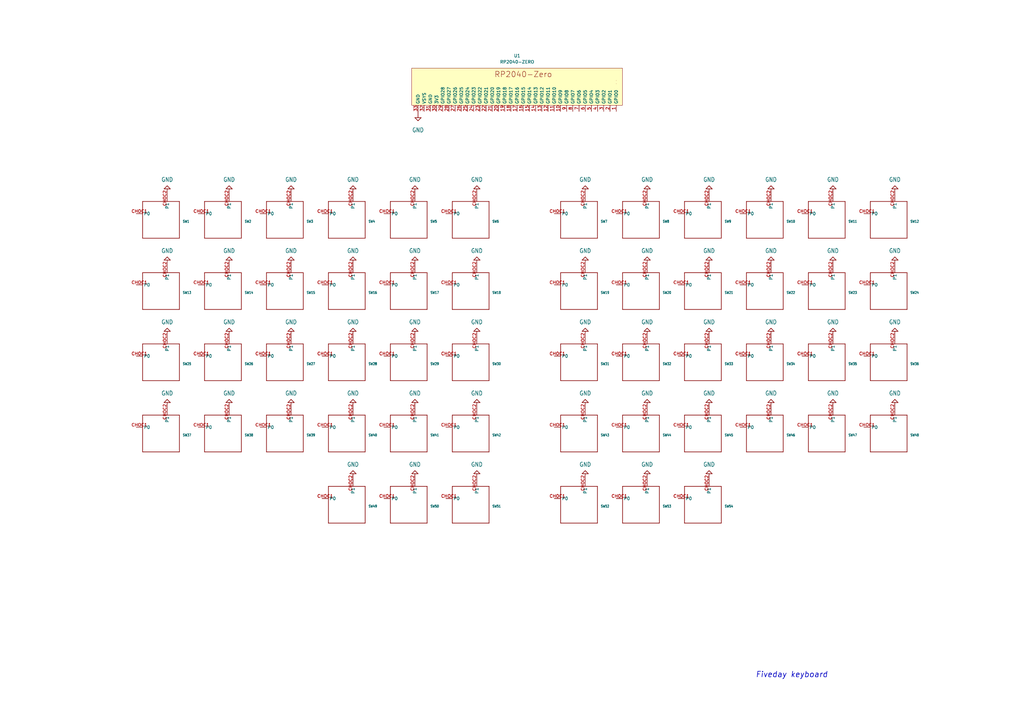
<source format=kicad_sch>
(kicad_sch (version 20211123) (generator eeschema)
  (paper "A3")
  (lib_symbols
    (symbol "Cyberdeck Mech Keeb-eagle-import:GND" (power)
      (property "Value" "GND" (at -1.905 -3.175 0))
      (symbol "GND_1_0"
        (polyline (pts (xy -1.27 0) (xy 1.27 0)) (stroke (width 0.254)))
        (polyline (pts (xy 0 -1.27) (xy -1.27 0)) (stroke (width 0.254)))
        (polyline (pts (xy 1.27 0) (xy 0 -1.27)) (stroke (width 0.254)))
        (pin power_in line (at 0 2.54 270) (length 2.54) (name "GND") (number "1"))
      )
    )
    (symbol "Cyberdeck Mech Keeb-eagle-import:KEYSWITCH-PLAIN-CHOC--6U"
      (property "Reference" "SW" (at -6.81 5.318 0))
      (symbol "KEYSWITCH-PLAIN-CHOC--6U_1_0"
        (polyline (pts (xy -7.54 -7.54) (xy -7.54 7.54)) (stroke (width 0.254)))
        (polyline (pts (xy -7.54 7.54) (xy 7.54 7.54)) (stroke (width 0.254)))
        (polyline (pts (xy 7.54 -7.54) (xy -7.54 -7.54)) (stroke (width 0.254)))
        (polyline (pts (xy 7.54 7.54) (xy 7.54 -7.54)) (stroke (width 0.254)))
        (pin bidirectional line (at -10.16 2.54 0) (length 2.54) (name "P0") (number "CHOC1"))
        (pin bidirectional line (at 2.54 10.16 270) (length 2.54) (name "P1") (number "CHOC2"))
      )
    )
    (symbol "fiveday:RP2040-ZERO"
      (property "Reference" "U?" (at -7.62 3.81 0))
      (property "Value" "RP2040-ZERO" (at -7.62 6.35 0))
      (symbol "RP2040-ZERO_0_0"
        (text "RP2040-Zero" (at -16.51 -39.37 900) (effects (font (size 2.27 2.27))))
      )
      (symbol "RP2040-ZERO_0_1"
        (rectangle (start -19.05 1.27) (end -3.81 -85.09) (fill (type background)))
        (rectangle (start -13.97 -1.27) (end -13.97 -1.27))
        (rectangle (start -12.7 -1.27) (end -12.7 -1.27))
      )
      (symbol "RP2040-ZERO_1_1"
        (pin bidirectional line (at -1.27 -1.27 180) (length 2.54) (name "GPIO0") (number "1"))
        (pin bidirectional line (at -1.27 -24.13 180) (length 2.54) (name "GPIO9") (number "10"))
        (pin bidirectional line (at -1.27 -26.67 180) (length 2.54) (name "GPIO10") (number "11"))
        (pin bidirectional line (at -1.27 -29.21 180) (length 2.54) (name "GPIO11") (number "12"))
        (pin bidirectional line (at -1.27 -31.75 180) (length 2.54) (name "GPIO12") (number "13"))
        (pin bidirectional line (at -1.27 -34.29 180) (length 2.54) (name "GPIO13") (number "14"))
        (pin bidirectional line (at -1.27 -36.83 180) (length 2.54) (name "GPIO14") (number "15"))
        (pin bidirectional line (at -1.27 -39.37 180) (length 2.54) (name "GPIO15") (number "16"))
        (pin bidirectional line (at -1.27 -41.91 180) (length 2.54) (name "GPIO16") (number "17"))
        (pin bidirectional line (at -1.27 -44.45 180) (length 2.54) (name "GPIO17") (number "18"))
        (pin bidirectional line (at -1.27 -46.99 180) (length 2.54) (name "GPIO18") (number "19"))
        (pin bidirectional line (at -1.27 -3.81 180) (length 2.54) (name "GPIO1") (number "2"))
        (pin bidirectional line (at -1.27 -49.53 180) (length 2.54) (name "GPIO19") (number "20"))
        (pin bidirectional line (at -1.27 -52.07 180) (length 2.54) (name "GPIO20") (number "21"))
        (pin bidirectional line (at -1.27 -54.61 180) (length 2.54) (name "GPIO21") (number "22"))
        (pin bidirectional line (at -1.27 -57.15 180) (length 2.54) (name "GPIO22") (number "23"))
        (pin bidirectional line (at -1.27 -59.69 180) (length 2.54) (name "GPIO23") (number "24"))
        (pin bidirectional line (at -1.27 -62.23 180) (length 2.54) (name "GPIO24") (number "25"))
        (pin bidirectional line (at -1.27 -64.77 180) (length 2.54) (name "GPIO25") (number "26"))
        (pin bidirectional line (at -1.27 -67.31 180) (length 2.54) (name "GPIO26") (number "27"))
        (pin bidirectional line (at -1.27 -69.85 180) (length 2.54) (name "GPIO27") (number "28"))
        (pin bidirectional line (at -1.27 -72.39 180) (length 2.54) (name "GPIO28") (number "29"))
        (pin bidirectional line (at -1.27 -6.35 180) (length 2.54) (name "GPIO2") (number "3"))
        (pin power_out line (at -1.27 -74.93 180) (length 2.54) (name "3V3") (number "30"))
        (pin power_in line (at -1.27 -77.47 180) (length 2.54) (name "GND") (number "31"))
        (pin power_in line (at -1.27 -80.01 180) (length 2.54) (name "VSYS") (number "32"))
        (pin power_in line (at -1.27 -82.55 180) (length 2.54) (name "GND") (number "33"))
        (pin bidirectional line (at -1.27 -8.89 180) (length 2.54) (name "GPIO3") (number "4"))
        (pin bidirectional line (at -1.27 -11.43 180) (length 2.54) (name "GPIO4") (number "5"))
        (pin bidirectional line (at -1.27 -13.97 180) (length 2.54) (name "GPIO5") (number "6"))
        (pin bidirectional line (at -1.27 -16.51 180) (length 2.54) (name "GPIO6") (number "7"))
        (pin bidirectional line (at -1.27 -19.05 180) (length 2.54) (name "GPIO7") (number "8"))
        (pin bidirectional line (at -1.27 -21.59 180) (length 2.54) (name "GPIO8") (number "9"))
      )
    )
  )
  (text "Fiveday keyboard" (at 309.88 278.13 0) (effects (font (size 2.27 2.27) (thickness 0.254) bold italic) (justify left bottom)))
  (symbol (lib_id "Cyberdeck Mech Keeb-eagle-import:GND") (at 341.63 106.68 180) (unit 1)
    (property "Reference" "#SUPPLY?" (effects hide))
    (property "Value" "GND" (at 341.63 102.87 0) (effects (font (size 1.778 1.5113))))
  )
  (symbol (lib_id "Cyberdeck Mech Keeb-eagle-import:GND") (at 290.83 106.68 180) (unit 1)
    (property "Reference" "#SUPPLY?" (effects hide))
    (property "Value" "GND" (at 290.83 102.87 0) (effects (font (size 1.778 1.5113))))
  )
  (symbol (lib_id "Cyberdeck Mech Keeb-eagle-import:GND") (at 195.58 194.31 180) (unit 1)
    (property "Reference" "#SUPPLY?" (effects hide))
    (property "Value" "GND" (at 195.58 190.5 0) (effects (font (size 1.778 1.5113))))
  )
  (symbol (lib_id "Cyberdeck Mech Keeb-eagle-import:GND") (at 119.38 77.47 180) (unit 1)
    (property "Reference" "#SUPPLY?" (effects hide))
    (property "Value" "GND" (at 119.38 73.66 0) (effects (font (size 1.778 1.5113))))
  )
  (symbol (lib_id "Cyberdeck Mech Keeb-eagle-import:GND") (at 341.63 135.89 180) (unit 1)
    (property "Reference" "#SUPPLY?" (effects hide))
    (property "Value" "GND" (at 341.63 132.08 0) (effects (font (size 1.778 1.5113))))
  )
  (symbol (lib_id "Cyberdeck Mech Keeb-eagle-import:KEYSWITCH-PLAIN-CHOC--6U") (at 142.24 119.38 0) (unit 1)
    (property "Reference" "SW16" (at 151.13 120.015 0) (effects (font (size 1 0.85)) (justify left)))
    (property "Value" "KEYSWITCH-PLAIN-CHOC--6U" (effects hide))
  )
  (symbol (lib_id "Cyberdeck Mech Keeb-eagle-import:GND") (at 93.98 165.1 180) (unit 1)
    (property "Reference" "#SUPPLY?" (effects hide))
    (property "Value" "GND" (at 93.98 161.29 0) (effects (font (size 1.778 1.5113))))
  )
  (symbol (lib_id "Cyberdeck Mech Keeb-eagle-import:GND") (at 265.43 165.1 180) (unit 1)
    (property "Reference" "#SUPPLY?" (effects hide))
    (property "Value" "GND" (at 265.43 161.29 0) (effects (font (size 1.778 1.5113))))
  )
  (symbol (lib_id "Cyberdeck Mech Keeb-eagle-import:GND") (at 68.58 165.1 180) (unit 1)
    (property "Reference" "#SUPPLY?" (effects hide))
    (property "Value" "GND" (at 68.58 161.29 0) (effects (font (size 1.778 1.5113))))
  )
  (symbol (lib_id "Cyberdeck Mech Keeb-eagle-import:GND") (at 144.78 106.68 180) (unit 1)
    (property "Reference" "#SUPPLY?" (effects hide))
    (property "Value" "GND" (at 144.78 102.87 0) (effects (font (size 1.778 1.5113))))
  )
  (symbol (lib_id "Cyberdeck Mech Keeb-eagle-import:KEYSWITCH-PLAIN-CHOC--6U") (at 313.69 148.59 0) (unit 1)
    (property "Reference" "SW34" (at 322.58 149.225 0) (effects (font (size 1 0.85)) (justify left)))
    (property "Value" "KEYSWITCH-PLAIN-CHOC--6U" (effects hide))
  )
  (symbol (lib_id "Cyberdeck Mech Keeb-eagle-import:GND") (at 316.23 106.68 180) (unit 1)
    (property "Reference" "#SUPPLY?" (effects hide))
    (property "Value" "GND" (at 316.23 102.87 0) (effects (font (size 1.778 1.5113))))
  )
  (symbol (lib_id "Cyberdeck Mech Keeb-eagle-import:GND") (at 119.38 135.89 180) (unit 1)
    (property "Reference" "#SUPPLY?" (effects hide))
    (property "Value" "GND" (at 119.38 132.08 0) (effects (font (size 1.778 1.5113))))
  )
  (symbol (lib_id "Cyberdeck Mech Keeb-eagle-import:GND") (at 290.83 165.1 180) (unit 1)
    (property "Reference" "#SUPPLY?" (effects hide))
    (property "Value" "GND" (at 290.83 161.29 0) (effects (font (size 1.778 1.5113))))
  )
  (symbol (lib_id "Cyberdeck Mech Keeb-eagle-import:GND") (at 316.23 165.1 180) (unit 1)
    (property "Reference" "#SUPPLY?" (effects hide))
    (property "Value" "GND" (at 316.23 161.29 0) (effects (font (size 1.778 1.5113))))
  )
  (symbol (lib_id "Cyberdeck Mech Keeb-eagle-import:KEYSWITCH-PLAIN-CHOC--6U") (at 339.09 90.17 0) (unit 1)
    (property "Reference" "SW11" (at 347.98 90.805 0) (effects (font (size 1 0.85)) (justify left)))
    (property "Value" "KEYSWITCH-PLAIN-CHOC--6U" (effects hide))
  )
  (symbol (lib_id "Cyberdeck Mech Keeb-eagle-import:GND") (at 240.03 77.47 180) (unit 1)
    (property "Reference" "#SUPPLY?" (effects hide))
    (property "Value" "GND" (at 240.03 73.66 0) (effects (font (size 1.778 1.5113))))
  )
  (symbol (lib_id "Cyberdeck Mech Keeb-eagle-import:GND") (at 170.18 165.1 180) (unit 1)
    (property "Reference" "#SUPPLY?" (effects hide))
    (property "Value" "GND" (at 170.18 161.29 0) (effects (font (size 1.778 1.5113))))
  )
  (symbol (lib_id "Cyberdeck Mech Keeb-eagle-import:GND") (at 240.03 135.89 180) (unit 1)
    (property "Reference" "#SUPPLY?" (effects hide))
    (property "Value" "GND" (at 240.03 132.08 0) (effects (font (size 1.778 1.5113))))
  )
  (symbol (lib_id "fiveday:RP2040-ZERO") (at 254 46.99 270) (unit 1)
    (property "Reference" "U1" (at 212.09 22.86 90))
    (property "Value" "RP2040-ZERO" (at 212.09 25.4 90))
  )
  (symbol (lib_id "Cyberdeck Mech Keeb-eagle-import:KEYSWITCH-PLAIN-CHOC--6U") (at 339.09 148.59 0) (unit 1)
    (property "Reference" "SW35" (at 347.98 149.225 0) (effects (font (size 1 0.85)) (justify left)))
    (property "Value" "KEYSWITCH-PLAIN-CHOC--6U" (effects hide))
  )
  (symbol (lib_id "Cyberdeck Mech Keeb-eagle-import:KEYSWITCH-PLAIN-CHOC--6U") (at 339.09 177.8 0) (unit 1)
    (property "Reference" "SW47" (at 347.98 178.435 0) (effects (font (size 1 0.85)) (justify left)))
    (property "Value" "KEYSWITCH-PLAIN-CHOC--6U" (effects hide))
  )
  (symbol (lib_id "Cyberdeck Mech Keeb-eagle-import:GND") (at 171.45 48.26 0) (unit 1)
    (property "Reference" "#SUPPLY?" (effects hide))
    (property "Value" "GND" (at 171.45 53.34 0) (effects (font (size 1.778 1.5113))))
  )
  (symbol (lib_id "Cyberdeck Mech Keeb-eagle-import:KEYSWITCH-PLAIN-CHOC--6U") (at 364.49 119.38 0) (unit 1)
    (property "Reference" "SW24" (at 373.38 120.015 0) (effects (font (size 1 0.85)) (justify left)))
    (property "Value" "KEYSWITCH-PLAIN-CHOC--6U" (effects hide))
  )
  (symbol (lib_id "Cyberdeck Mech Keeb-eagle-import:KEYSWITCH-PLAIN-CHOC--6U") (at 288.29 207.01 0) (unit 1)
    (property "Reference" "SW54" (at 297.18 207.645 0) (effects (font (size 1 0.85)) (justify left)))
    (property "Value" "KEYSWITCH-PLAIN-CHOC--6U" (effects hide))
  )
  (symbol (lib_id "Cyberdeck Mech Keeb-eagle-import:GND") (at 367.03 135.89 180) (unit 1)
    (property "Reference" "#SUPPLY?" (effects hide))
    (property "Value" "GND" (at 367.03 132.08 0) (effects (font (size 1.778 1.5113))))
  )
  (symbol (lib_id "Cyberdeck Mech Keeb-eagle-import:GND") (at 144.78 194.31 180) (unit 1)
    (property "Reference" "#SUPPLY?" (effects hide))
    (property "Value" "GND" (at 144.78 190.5 0) (effects (font (size 1.778 1.5113))))
  )
  (symbol (lib_id "Cyberdeck Mech Keeb-eagle-import:KEYSWITCH-PLAIN-CHOC--6U") (at 167.64 207.01 0) (unit 1)
    (property "Reference" "SW50" (at 176.53 207.645 0) (effects (font (size 1 0.85)) (justify left)))
    (property "Value" "KEYSWITCH-PLAIN-CHOC--6U" (effects hide))
  )
  (symbol (lib_id "Cyberdeck Mech Keeb-eagle-import:KEYSWITCH-PLAIN-CHOC--6U") (at 167.64 148.59 0) (unit 1)
    (property "Reference" "SW29" (at 176.53 149.225 0) (effects (font (size 1 0.85)) (justify left)))
    (property "Value" "KEYSWITCH-PLAIN-CHOC--6U" (effects hide))
  )
  (symbol (lib_id "Cyberdeck Mech Keeb-eagle-import:GND") (at 93.98 135.89 180) (unit 1)
    (property "Reference" "#SUPPLY?" (effects hide))
    (property "Value" "GND" (at 93.98 132.08 0) (effects (font (size 1.778 1.5113))))
  )
  (symbol (lib_id "Cyberdeck Mech Keeb-eagle-import:GND") (at 195.58 165.1 180) (unit 1)
    (property "Reference" "#SUPPLY?" (effects hide))
    (property "Value" "GND" (at 195.58 161.29 0) (effects (font (size 1.778 1.5113))))
  )
  (symbol (lib_id "Cyberdeck Mech Keeb-eagle-import:KEYSWITCH-PLAIN-CHOC--6U") (at 193.04 90.17 0) (unit 1)
    (property "Reference" "SW6" (at 201.93 90.805 0) (effects (font (size 1 0.85)) (justify left)))
    (property "Value" "KEYSWITCH-PLAIN-CHOC--6U" (effects hide))
  )
  (symbol (lib_id "Cyberdeck Mech Keeb-eagle-import:KEYSWITCH-PLAIN-CHOC--6U") (at 91.44 90.17 0) (unit 1)
    (property "Reference" "SW2" (at 100.33 90.805 0) (effects (font (size 1 0.85)) (justify left)))
    (property "Value" "KEYSWITCH-PLAIN-CHOC--6U" (effects hide))
  )
  (symbol (lib_id "Cyberdeck Mech Keeb-eagle-import:KEYSWITCH-PLAIN-CHOC--6U") (at 262.89 148.59 0) (unit 1)
    (property "Reference" "SW32" (at 271.78 149.225 0) (effects (font (size 1 0.85)) (justify left)))
    (property "Value" "KEYSWITCH-PLAIN-CHOC--6U" (effects hide))
  )
  (symbol (lib_id "Cyberdeck Mech Keeb-eagle-import:KEYSWITCH-PLAIN-CHOC--6U") (at 142.24 177.8 0) (unit 1)
    (property "Reference" "SW40" (at 151.13 178.435 0) (effects (font (size 1 0.85)) (justify left)))
    (property "Value" "KEYSWITCH-PLAIN-CHOC--6U" (effects hide))
  )
  (symbol (lib_id "Cyberdeck Mech Keeb-eagle-import:GND") (at 240.03 165.1 180) (unit 1)
    (property "Reference" "#SUPPLY?" (effects hide))
    (property "Value" "GND" (at 240.03 161.29 0) (effects (font (size 1.778 1.5113))))
  )
  (symbol (lib_id "Cyberdeck Mech Keeb-eagle-import:GND") (at 240.03 194.31 180) (unit 1)
    (property "Reference" "#SUPPLY?" (effects hide))
    (property "Value" "GND" (at 240.03 190.5 0) (effects (font (size 1.778 1.5113))))
  )
  (symbol (lib_id "Cyberdeck Mech Keeb-eagle-import:KEYSWITCH-PLAIN-CHOC--6U") (at 167.64 119.38 0) (unit 1)
    (property "Reference" "SW17" (at 176.53 120.015 0) (effects (font (size 1 0.85)) (justify left)))
    (property "Value" "KEYSWITCH-PLAIN-CHOC--6U" (effects hide))
  )
  (symbol (lib_id "Cyberdeck Mech Keeb-eagle-import:KEYSWITCH-PLAIN-CHOC--6U") (at 364.49 148.59 0) (unit 1)
    (property "Reference" "SW36" (at 373.38 149.225 0) (effects (font (size 1 0.85)) (justify left)))
    (property "Value" "KEYSWITCH-PLAIN-CHOC--6U" (effects hide))
  )
  (symbol (lib_id "Cyberdeck Mech Keeb-eagle-import:KEYSWITCH-PLAIN-CHOC--6U") (at 193.04 207.01 0) (unit 1)
    (property "Reference" "SW51" (at 201.93 207.645 0) (effects (font (size 1 0.85)) (justify left)))
    (property "Value" "KEYSWITCH-PLAIN-CHOC--6U" (effects hide))
  )
  (symbol (lib_id "Cyberdeck Mech Keeb-eagle-import:KEYSWITCH-PLAIN-CHOC--6U") (at 116.84 177.8 0) (unit 1)
    (property "Reference" "SW39" (at 125.73 178.435 0) (effects (font (size 1 0.85)) (justify left)))
    (property "Value" "KEYSWITCH-PLAIN-CHOC--6U" (effects hide))
  )
  (symbol (lib_id "Cyberdeck Mech Keeb-eagle-import:KEYSWITCH-PLAIN-CHOC--6U") (at 193.04 119.38 0) (unit 1)
    (property "Reference" "SW18" (at 201.93 120.015 0) (effects (font (size 1 0.85)) (justify left)))
    (property "Value" "KEYSWITCH-PLAIN-CHOC--6U" (effects hide))
  )
  (symbol (lib_id "Cyberdeck Mech Keeb-eagle-import:KEYSWITCH-PLAIN-CHOC--6U") (at 288.29 90.17 0) (unit 1)
    (property "Reference" "SW9" (at 297.18 90.805 0) (effects (font (size 1 0.85)) (justify left)))
    (property "Value" "KEYSWITCH-PLAIN-CHOC--6U" (effects hide))
  )
  (symbol (lib_id "Cyberdeck Mech Keeb-eagle-import:GND") (at 68.58 135.89 180) (unit 1)
    (property "Reference" "#SUPPLY?" (effects hide))
    (property "Value" "GND" (at 68.58 132.08 0) (effects (font (size 1.778 1.5113))))
  )
  (symbol (lib_id "Cyberdeck Mech Keeb-eagle-import:GND") (at 170.18 135.89 180) (unit 1)
    (property "Reference" "#SUPPLY?" (effects hide))
    (property "Value" "GND" (at 170.18 132.08 0) (effects (font (size 1.778 1.5113))))
  )
  (symbol (lib_id "Cyberdeck Mech Keeb-eagle-import:GND") (at 144.78 165.1 180) (unit 1)
    (property "Reference" "#SUPPLY?" (effects hide))
    (property "Value" "GND" (at 144.78 161.29 0) (effects (font (size 1.778 1.5113))))
  )
  (symbol (lib_id "Cyberdeck Mech Keeb-eagle-import:GND") (at 367.03 165.1 180) (unit 1)
    (property "Reference" "#SUPPLY?" (effects hide))
    (property "Value" "GND" (at 367.03 161.29 0) (effects (font (size 1.778 1.5113))))
  )
  (symbol (lib_id "Cyberdeck Mech Keeb-eagle-import:GND") (at 93.98 77.47 180) (unit 1)
    (property "Reference" "#SUPPLY?" (effects hide))
    (property "Value" "GND" (at 93.98 73.66 0) (effects (font (size 1.778 1.5113))))
  )
  (symbol (lib_id "Cyberdeck Mech Keeb-eagle-import:KEYSWITCH-PLAIN-CHOC--6U") (at 193.04 148.59 0) (unit 1)
    (property "Reference" "SW30" (at 201.93 149.225 0) (effects (font (size 1 0.85)) (justify left)))
    (property "Value" "KEYSWITCH-PLAIN-CHOC--6U" (effects hide))
  )
  (symbol (lib_id "Cyberdeck Mech Keeb-eagle-import:GND") (at 341.63 77.47 180) (unit 1)
    (property "Reference" "#SUPPLY?" (effects hide))
    (property "Value" "GND" (at 341.63 73.66 0) (effects (font (size 1.778 1.5113))))
  )
  (symbol (lib_id "Cyberdeck Mech Keeb-eagle-import:KEYSWITCH-PLAIN-CHOC--6U") (at 116.84 148.59 0) (unit 1)
    (property "Reference" "SW27" (at 125.73 149.225 0) (effects (font (size 1 0.85)) (justify left)))
    (property "Value" "KEYSWITCH-PLAIN-CHOC--6U" (effects hide))
  )
  (symbol (lib_id "Cyberdeck Mech Keeb-eagle-import:KEYSWITCH-PLAIN-CHOC--6U") (at 339.09 119.38 0) (unit 1)
    (property "Reference" "SW23" (at 347.98 120.015 0) (effects (font (size 1 0.85)) (justify left)))
    (property "Value" "KEYSWITCH-PLAIN-CHOC--6U" (effects hide))
  )
  (symbol (lib_id "Cyberdeck Mech Keeb-eagle-import:KEYSWITCH-PLAIN-CHOC--6U") (at 288.29 148.59 0) (unit 1)
    (property "Reference" "SW33" (at 297.18 149.225 0) (effects (font (size 1 0.85)) (justify left)))
    (property "Value" "KEYSWITCH-PLAIN-CHOC--6U" (effects hide))
  )
  (symbol (lib_id "Cyberdeck Mech Keeb-eagle-import:GND") (at 144.78 77.47 180) (unit 1)
    (property "Reference" "#SUPPLY?" (effects hide))
    (property "Value" "GND" (at 144.78 73.66 0) (effects (font (size 1.778 1.5113))))
  )
  (symbol (lib_id "Cyberdeck Mech Keeb-eagle-import:KEYSWITCH-PLAIN-CHOC--6U") (at 364.49 177.8 0) (unit 1)
    (property "Reference" "SW48" (at 373.38 178.435 0) (effects (font (size 1 0.85)) (justify left)))
    (property "Value" "KEYSWITCH-PLAIN-CHOC--6U" (effects hide))
  )
  (symbol (lib_id "Cyberdeck Mech Keeb-eagle-import:GND") (at 68.58 77.47 180) (unit 1)
    (property "Reference" "#SUPPLY?" (effects hide))
    (property "Value" "GND" (at 68.58 73.66 0) (effects (font (size 1.778 1.5113))))
  )
  (symbol (lib_id "Cyberdeck Mech Keeb-eagle-import:KEYSWITCH-PLAIN-CHOC--6U") (at 193.04 177.8 0) (unit 1)
    (property "Reference" "SW42" (at 201.93 178.435 0) (effects (font (size 1 0.85)) (justify left)))
    (property "Value" "KEYSWITCH-PLAIN-CHOC--6U" (effects hide))
  )
  (symbol (lib_id "Cyberdeck Mech Keeb-eagle-import:GND") (at 240.03 106.68 180) (unit 1)
    (property "Reference" "#SUPPLY?" (effects hide))
    (property "Value" "GND" (at 240.03 102.87 0) (effects (font (size 1.778 1.5113))))
  )
  (symbol (lib_id "Cyberdeck Mech Keeb-eagle-import:GND") (at 170.18 106.68 180) (unit 1)
    (property "Reference" "#SUPPLY?" (effects hide))
    (property "Value" "GND" (at 170.18 102.87 0) (effects (font (size 1.778 1.5113))))
  )
  (symbol (lib_id "Cyberdeck Mech Keeb-eagle-import:GND") (at 316.23 135.89 180) (unit 1)
    (property "Reference" "#SUPPLY?" (effects hide))
    (property "Value" "GND" (at 316.23 132.08 0) (effects (font (size 1.778 1.5113))))
  )
  (symbol (lib_id "Cyberdeck Mech Keeb-eagle-import:KEYSWITCH-PLAIN-CHOC--6U") (at 262.89 119.38 0) (unit 1)
    (property "Reference" "SW20" (at 271.78 120.015 0) (effects (font (size 1 0.85)) (justify left)))
    (property "Value" "KEYSWITCH-PLAIN-CHOC--6U" (effects hide))
  )
  (symbol (lib_id "Cyberdeck Mech Keeb-eagle-import:KEYSWITCH-PLAIN-CHOC--6U") (at 262.89 177.8 0) (unit 1)
    (property "Reference" "SW44" (at 271.78 178.435 0) (effects (font (size 1 0.85)) (justify left)))
    (property "Value" "KEYSWITCH-PLAIN-CHOC--6U" (effects hide))
  )
  (symbol (lib_id "Cyberdeck Mech Keeb-eagle-import:GND") (at 170.18 194.31 180) (unit 1)
    (property "Reference" "#SUPPLY?" (effects hide))
    (property "Value" "GND" (at 170.18 190.5 0) (effects (font (size 1.778 1.5113))))
  )
  (symbol (lib_id "Cyberdeck Mech Keeb-eagle-import:GND") (at 195.58 135.89 180) (unit 1)
    (property "Reference" "#SUPPLY?" (effects hide))
    (property "Value" "GND" (at 195.58 132.08 0) (effects (font (size 1.778 1.5113))))
  )
  (symbol (lib_id "Cyberdeck Mech Keeb-eagle-import:GND") (at 68.58 106.68 180) (unit 1)
    (property "Reference" "#SUPPLY?" (effects hide))
    (property "Value" "GND" (at 68.58 102.87 0) (effects (font (size 1.778 1.5113))))
  )
  (symbol (lib_id "Cyberdeck Mech Keeb-eagle-import:KEYSWITCH-PLAIN-CHOC--6U") (at 364.49 90.17 0) (unit 1)
    (property "Reference" "SW12" (at 373.38 90.805 0) (effects (font (size 1 0.85)) (justify left)))
    (property "Value" "KEYSWITCH-PLAIN-CHOC--6U" (effects hide))
  )
  (symbol (lib_id "Cyberdeck Mech Keeb-eagle-import:KEYSWITCH-PLAIN-CHOC--6U") (at 262.89 207.01 0) (unit 1)
    (property "Reference" "SW53" (at 271.78 207.645 0) (effects (font (size 1 0.85)) (justify left)))
    (property "Value" "KEYSWITCH-PLAIN-CHOC--6U" (effects hide))
  )
  (symbol (lib_id "Cyberdeck Mech Keeb-eagle-import:KEYSWITCH-PLAIN-CHOC--6U") (at 167.64 177.8 0) (unit 1)
    (property "Reference" "SW41" (at 176.53 178.435 0) (effects (font (size 1 0.85)) (justify left)))
    (property "Value" "KEYSWITCH-PLAIN-CHOC--6U" (effects hide))
  )
  (symbol (lib_id "Cyberdeck Mech Keeb-eagle-import:KEYSWITCH-PLAIN-CHOC--6U") (at 313.69 119.38 0) (unit 1)
    (property "Reference" "SW22" (at 322.58 120.015 0) (effects (font (size 1 0.85)) (justify left)))
    (property "Value" "KEYSWITCH-PLAIN-CHOC--6U" (effects hide))
  )
  (symbol (lib_id "Cyberdeck Mech Keeb-eagle-import:KEYSWITCH-PLAIN-CHOC--6U") (at 237.49 177.8 0) (unit 1)
    (property "Reference" "SW43" (at 246.38 178.435 0) (effects (font (size 1 0.85)) (justify left)))
    (property "Value" "KEYSWITCH-PLAIN-CHOC--6U" (effects hide))
  )
  (symbol (lib_id "Cyberdeck Mech Keeb-eagle-import:GND") (at 367.03 77.47 180) (unit 1)
    (property "Reference" "#SUPPLY?" (effects hide))
    (property "Value" "GND" (at 367.03 73.66 0) (effects (font (size 1.778 1.5113))))
  )
  (symbol (lib_id "Cyberdeck Mech Keeb-eagle-import:KEYSWITCH-PLAIN-CHOC--6U") (at 116.84 119.38 0) (unit 1)
    (property "Reference" "SW15" (at 125.73 120.015 0) (effects (font (size 1 0.85)) (justify left)))
    (property "Value" "KEYSWITCH-PLAIN-CHOC--6U" (effects hide))
  )
  (symbol (lib_id "Cyberdeck Mech Keeb-eagle-import:GND") (at 265.43 135.89 180) (unit 1)
    (property "Reference" "#SUPPLY?" (effects hide))
    (property "Value" "GND" (at 265.43 132.08 0) (effects (font (size 1.778 1.5113))))
  )
  (symbol (lib_id "Cyberdeck Mech Keeb-eagle-import:KEYSWITCH-PLAIN-CHOC--6U") (at 91.44 177.8 0) (unit 1)
    (property "Reference" "SW38" (at 100.33 178.435 0) (effects (font (size 1 0.85)) (justify left)))
    (property "Value" "KEYSWITCH-PLAIN-CHOC--6U" (effects hide))
  )
  (symbol (lib_id "Cyberdeck Mech Keeb-eagle-import:KEYSWITCH-PLAIN-CHOC--6U") (at 66.04 177.8 0) (unit 1)
    (property "Reference" "SW37" (at 74.93 178.435 0) (effects (font (size 1 0.85)) (justify left)))
    (property "Value" "KEYSWITCH-PLAIN-CHOC--6U" (effects hide))
  )
  (symbol (lib_id "Cyberdeck Mech Keeb-eagle-import:GND") (at 265.43 106.68 180) (unit 1)
    (property "Reference" "#SUPPLY?" (effects hide))
    (property "Value" "GND" (at 265.43 102.87 0) (effects (font (size 1.778 1.5113))))
  )
  (symbol (lib_id "Cyberdeck Mech Keeb-eagle-import:GND") (at 119.38 106.68 180) (unit 1)
    (property "Reference" "#SUPPLY?" (effects hide))
    (property "Value" "GND" (at 119.38 102.87 0) (effects (font (size 1.778 1.5113))))
  )
  (symbol (lib_id "Cyberdeck Mech Keeb-eagle-import:KEYSWITCH-PLAIN-CHOC--6U") (at 237.49 148.59 0) (unit 1)
    (property "Reference" "SW31" (at 246.38 149.225 0) (effects (font (size 1 0.85)) (justify left)))
    (property "Value" "KEYSWITCH-PLAIN-CHOC--6U" (effects hide))
  )
  (symbol (lib_id "Cyberdeck Mech Keeb-eagle-import:GND") (at 195.58 106.68 180) (unit 1)
    (property "Reference" "#SUPPLY?" (effects hide))
    (property "Value" "GND" (at 195.58 102.87 0) (effects (font (size 1.778 1.5113))))
  )
  (symbol (lib_id "Cyberdeck Mech Keeb-eagle-import:KEYSWITCH-PLAIN-CHOC--6U") (at 142.24 207.01 0) (unit 1)
    (property "Reference" "SW49" (at 151.13 207.645 0) (effects (font (size 1 0.85)) (justify left)))
    (property "Value" "KEYSWITCH-PLAIN-CHOC--6U" (effects hide))
  )
  (symbol (lib_id "Cyberdeck Mech Keeb-eagle-import:KEYSWITCH-PLAIN-CHOC--6U") (at 116.84 90.17 0) (unit 1)
    (property "Reference" "SW3" (at 125.73 90.805 0) (effects (font (size 1 0.85)) (justify left)))
    (property "Value" "KEYSWITCH-PLAIN-CHOC--6U" (effects hide))
  )
  (symbol (lib_id "Cyberdeck Mech Keeb-eagle-import:KEYSWITCH-PLAIN-CHOC--6U") (at 66.04 90.17 0) (unit 1)
    (property "Reference" "SW1" (at 74.93 90.805 0) (effects (font (size 1 0.85)) (justify left)))
    (property "Value" "KEYSWITCH-PLAIN-CHOC--6U" (effects hide))
  )
  (symbol (lib_id "Cyberdeck Mech Keeb-eagle-import:KEYSWITCH-PLAIN-CHOC--6U") (at 288.29 177.8 0) (unit 1)
    (property "Reference" "SW45" (at 297.18 178.435 0) (effects (font (size 1 0.85)) (justify left)))
    (property "Value" "KEYSWITCH-PLAIN-CHOC--6U" (effects hide))
  )
  (symbol (lib_id "Cyberdeck Mech Keeb-eagle-import:KEYSWITCH-PLAIN-CHOC--6U") (at 288.29 119.38 0) (unit 1)
    (property "Reference" "SW21" (at 297.18 120.015 0) (effects (font (size 1 0.85)) (justify left)))
    (property "Value" "KEYSWITCH-PLAIN-CHOC--6U" (effects hide))
  )
  (symbol (lib_id "Cyberdeck Mech Keeb-eagle-import:GND") (at 119.38 165.1 180) (unit 1)
    (property "Reference" "#SUPPLY?" (effects hide))
    (property "Value" "GND" (at 119.38 161.29 0) (effects (font (size 1.778 1.5113))))
  )
  (symbol (lib_id "Cyberdeck Mech Keeb-eagle-import:KEYSWITCH-PLAIN-CHOC--6U") (at 66.04 148.59 0) (unit 1)
    (property "Reference" "SW25" (at 74.93 149.225 0) (effects (font (size 1 0.85)) (justify left)))
    (property "Value" "KEYSWITCH-PLAIN-CHOC--6U" (effects hide))
  )
  (symbol (lib_id "Cyberdeck Mech Keeb-eagle-import:GND") (at 144.78 135.89 180) (unit 1)
    (property "Reference" "#SUPPLY?" (effects hide))
    (property "Value" "GND" (at 144.78 132.08 0) (effects (font (size 1.778 1.5113))))
  )
  (symbol (lib_id "Cyberdeck Mech Keeb-eagle-import:KEYSWITCH-PLAIN-CHOC--6U") (at 142.24 90.17 0) (unit 1)
    (property "Reference" "SW4" (at 151.13 90.805 0) (effects (font (size 1 0.85)) (justify left)))
    (property "Value" "KEYSWITCH-PLAIN-CHOC--6U" (effects hide))
  )
  (symbol (lib_id "Cyberdeck Mech Keeb-eagle-import:GND") (at 195.58 77.47 180) (unit 1)
    (property "Reference" "#SUPPLY?" (effects hide))
    (property "Value" "GND" (at 195.58 73.66 0) (effects (font (size 1.778 1.5113))))
  )
  (symbol (lib_id "Cyberdeck Mech Keeb-eagle-import:KEYSWITCH-PLAIN-CHOC--6U") (at 313.69 90.17 0) (unit 1)
    (property "Reference" "SW10" (at 322.58 90.805 0) (effects (font (size 1 0.85)) (justify left)))
    (property "Value" "KEYSWITCH-PLAIN-CHOC--6U" (effects hide))
  )
  (symbol (lib_id "Cyberdeck Mech Keeb-eagle-import:GND") (at 290.83 194.31 180) (unit 1)
    (property "Reference" "#SUPPLY?" (effects hide))
    (property "Value" "GND" (at 290.83 190.5 0) (effects (font (size 1.778 1.5113))))
  )
  (symbol (lib_id "Cyberdeck Mech Keeb-eagle-import:KEYSWITCH-PLAIN-CHOC--6U") (at 262.89 90.17 0) (unit 1)
    (property "Reference" "SW8" (at 271.78 90.805 0) (effects (font (size 1 0.85)) (justify left)))
    (property "Value" "KEYSWITCH-PLAIN-CHOC--6U" (effects hide))
  )
  (symbol (lib_id "Cyberdeck Mech Keeb-eagle-import:KEYSWITCH-PLAIN-CHOC--6U") (at 66.04 119.38 0) (unit 1)
    (property "Reference" "SW13" (at 74.93 120.015 0) (effects (font (size 1 0.85)) (justify left)))
    (property "Value" "KEYSWITCH-PLAIN-CHOC--6U" (effects hide))
  )
  (symbol (lib_id "Cyberdeck Mech Keeb-eagle-import:GND") (at 265.43 194.31 180) (unit 1)
    (property "Reference" "#SUPPLY?" (effects hide))
    (property "Value" "GND" (at 265.43 190.5 0) (effects (font (size 1.778 1.5113))))
  )
  (symbol (lib_id "Cyberdeck Mech Keeb-eagle-import:KEYSWITCH-PLAIN-CHOC--6U") (at 237.49 119.38 0) (unit 1)
    (property "Reference" "SW19" (at 246.38 120.015 0) (effects (font (size 1 0.85)) (justify left)))
    (property "Value" "KEYSWITCH-PLAIN-CHOC--6U" (effects hide))
  )
  (symbol (lib_id "Cyberdeck Mech Keeb-eagle-import:GND") (at 290.83 77.47 180) (unit 1)
    (property "Reference" "#SUPPLY?" (effects hide))
    (property "Value" "GND" (at 290.83 73.66 0) (effects (font (size 1.778 1.5113))))
  )
  (symbol (lib_id "Cyberdeck Mech Keeb-eagle-import:KEYSWITCH-PLAIN-CHOC--6U") (at 237.49 207.01 0) (unit 1)
    (property "Reference" "SW52" (at 246.38 207.645 0) (effects (font (size 1 0.85)) (justify left)))
    (property "Value" "KEYSWITCH-PLAIN-CHOC--6U" (effects hide))
  )
  (symbol (lib_id "Cyberdeck Mech Keeb-eagle-import:KEYSWITCH-PLAIN-CHOC--6U") (at 91.44 148.59 0) (unit 1)
    (property "Reference" "SW26" (at 100.33 149.225 0) (effects (font (size 1 0.85)) (justify left)))
    (property "Value" "KEYSWITCH-PLAIN-CHOC--6U" (effects hide))
  )
  (symbol (lib_id "Cyberdeck Mech Keeb-eagle-import:KEYSWITCH-PLAIN-CHOC--6U") (at 91.44 119.38 0) (unit 1)
    (property "Reference" "SW14" (at 100.33 120.015 0) (effects (font (size 1 0.85)) (justify left)))
    (property "Value" "KEYSWITCH-PLAIN-CHOC--6U" (effects hide))
  )
  (symbol (lib_id "Cyberdeck Mech Keeb-eagle-import:GND") (at 367.03 106.68 180) (unit 1)
    (property "Reference" "#SUPPLY?" (effects hide))
    (property "Value" "GND" (at 367.03 102.87 0) (effects (font (size 1.778 1.5113))))
  )
  (symbol (lib_id "Cyberdeck Mech Keeb-eagle-import:KEYSWITCH-PLAIN-CHOC--6U") (at 237.49 90.17 0) (unit 1)
    (property "Reference" "SW7" (at 246.38 90.805 0) (effects (font (size 1 0.85)) (justify left)))
    (property "Value" "KEYSWITCH-PLAIN-CHOC--6U" (effects hide))
  )
  (symbol (lib_id "Cyberdeck Mech Keeb-eagle-import:GND") (at 341.63 165.1 180) (unit 1)
    (property "Reference" "#SUPPLY?" (effects hide))
    (property "Value" "GND" (at 341.63 161.29 0) (effects (font (size 1.778 1.5113))))
  )
  (symbol (lib_id "Cyberdeck Mech Keeb-eagle-import:KEYSWITCH-PLAIN-CHOC--6U") (at 142.24 148.59 0) (unit 1)
    (property "Reference" "SW28" (at 151.13 149.225 0) (effects (font (size 1 0.85)) (justify left)))
    (property "Value" "KEYSWITCH-PLAIN-CHOC--6U" (effects hide))
  )
  (symbol (lib_id "Cyberdeck Mech Keeb-eagle-import:GND") (at 316.23 77.47 180) (unit 1)
    (property "Reference" "#SUPPLY?" (effects hide))
    (property "Value" "GND" (at 316.23 73.66 0) (effects (font (size 1.778 1.5113))))
  )
  (symbol (lib_id "Cyberdeck Mech Keeb-eagle-import:GND") (at 170.18 77.47 180) (unit 1)
    (property "Reference" "#SUPPLY?" (effects hide))
    (property "Value" "GND" (at 170.18 73.66 0) (effects (font (size 1.778 1.5113))))
  )
  (symbol (lib_id "Cyberdeck Mech Keeb-eagle-import:KEYSWITCH-PLAIN-CHOC--6U") (at 167.64 90.17 0) (unit 1)
    (property "Reference" "SW5" (at 176.53 90.805 0) (effects (font (size 1 0.85)) (justify left)))
    (property "Value" "KEYSWITCH-PLAIN-CHOC--6U" (effects hide))
  )
  (symbol (lib_id "Cyberdeck Mech Keeb-eagle-import:GND") (at 265.43 77.47 180) (unit 1)
    (property "Reference" "#SUPPLY?" (effects hide))
    (property "Value" "GND" (at 265.43 73.66 0) (effects (font (size 1.778 1.5113))))
  )
  (symbol (lib_id "Cyberdeck Mech Keeb-eagle-import:KEYSWITCH-PLAIN-CHOC--6U") (at 313.69 177.8 0) (unit 1)
    (property "Reference" "SW46" (at 322.58 178.435 0) (effects (font (size 1 0.85)) (justify left)))
    (property "Value" "KEYSWITCH-PLAIN-CHOC--6U" (effects hide))
  )
  (symbol (lib_id "Cyberdeck Mech Keeb-eagle-import:GND") (at 93.98 106.68 180) (unit 1)
    (property "Reference" "#SUPPLY?" (effects hide))
    (property "Value" "GND" (at 93.98 102.87 0) (effects (font (size 1.778 1.5113))))
  )
  (symbol (lib_id "Cyberdeck Mech Keeb-eagle-import:GND") (at 290.83 135.89 180) (unit 1)
    (property "Reference" "#SUPPLY?" (effects hide))
    (property "Value" "GND" (at 290.83 132.08 0) (effects (font (size 1.778 1.5113))))
  )
)
</source>
